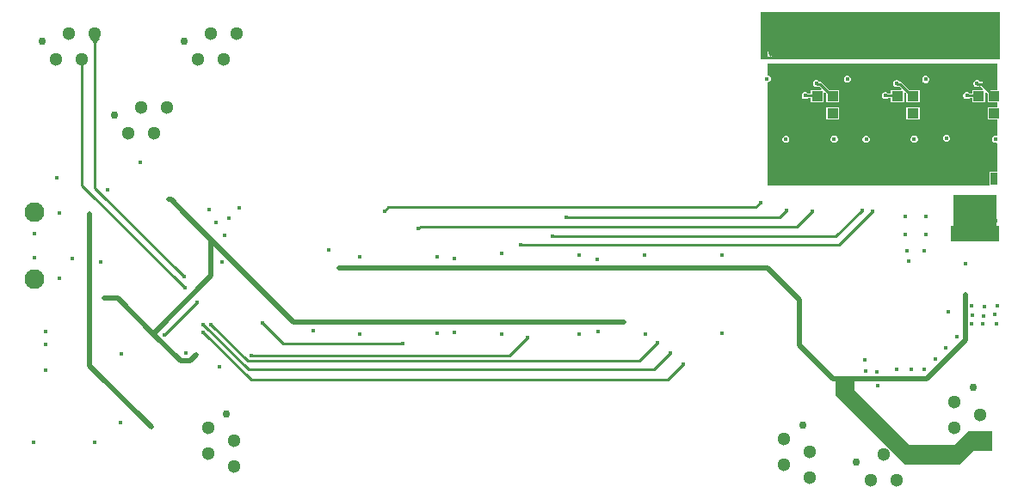
<source format=gbr>
%TF.GenerationSoftware,Altium Limited,Altium Designer,22.9.1 (49)*%
G04 Layer_Physical_Order=4*
G04 Layer_Color=16711680*
%FSLAX45Y45*%
%MOMM*%
%TF.SameCoordinates,925A93EA-3B44-44BF-AA41-ED200E7300F1*%
%TF.FilePolarity,Positive*%
%TF.FileFunction,Copper,L4,Bot,Signal*%
%TF.Part,Single*%
G01*
G75*
%TA.AperFunction,SMDPad,CuDef*%
%ADD15R,1.10000X1.00000*%
%ADD20R,1.40000X1.00000*%
%TA.AperFunction,Conductor*%
%ADD39C,0.25400*%
%ADD40C,0.50000*%
%TA.AperFunction,ComponentPad*%
%ADD44C,0.75000*%
%ADD45C,1.30000*%
%ADD46C,1.95000*%
%TA.AperFunction,ViaPad*%
%ADD47C,0.45000*%
%TA.AperFunction,SMDPad,CuDef*%
%ADD55R,4.20000X3.10000*%
%ADD56R,4.70000X1.50000*%
%ADD57R,0.70000X1.15000*%
G36*
X800100Y5125853D02*
X799772Y5130768D01*
X798788Y5135843D01*
X797148Y5141077D01*
X794852Y5146471D01*
X791900Y5152024D01*
X788292Y5157736D01*
X784028Y5163608D01*
X779108Y5169640D01*
X767300Y5182181D01*
X858300Y5182181D01*
X852068Y5175831D01*
X841572Y5163608D01*
X837308Y5157736D01*
X833700Y5152024D01*
X830748Y5146471D01*
X828452Y5141077D01*
X826812Y5135843D01*
X825828Y5130768D01*
X825500Y5125853D01*
X800100Y5125853D01*
X800100Y5125853D02*
G37*
G36*
X9715000Y4980000D02*
X7362500Y4980000D01*
X7362500Y5447500D01*
X8780244Y5447500D01*
X8797500Y5446142D01*
X8814757Y5447500D01*
X9715000Y5447500D01*
X9715000Y4980000D01*
X9715000Y4980000D02*
G37*
G36*
X8282500Y1811072D02*
X8282500Y1720000D01*
X8790000Y1212500D01*
X8790000Y1210000D01*
X8792500Y1210000D01*
X8825000Y1177500D01*
X9269999Y1177500D01*
X9402500Y1310000D01*
X9642500Y1310000D01*
X9642500Y1132500D01*
X9637039Y1120000D01*
X9452500Y1120000D01*
X9317500Y985000D01*
X8782500Y985000D01*
X8100000Y1667500D01*
X8100000Y1804916D01*
X8109051Y1813824D01*
X8282500Y1811072D01*
X8282500Y1811072D02*
G37*
G36*
X9690000Y4676660D02*
X9626302Y4676660D01*
X9550388Y4752574D01*
X9542826Y4757627D01*
X9533907Y4759401D01*
X9519999Y4759401D01*
X9519841Y4759782D01*
X9509939Y4769684D01*
X9497002Y4775043D01*
X9482998Y4775043D01*
X9470061Y4769684D01*
X9460159Y4759782D01*
X9454800Y4746845D01*
X9454800Y4732842D01*
X9460159Y4719904D01*
X9470061Y4710003D01*
X9482998Y4704644D01*
X9497002Y4704644D01*
X9509939Y4710003D01*
X9512722Y4712785D01*
X9524252Y4712785D01*
X9548645Y4688393D01*
X9543784Y4676660D01*
X9442540Y4676660D01*
X9442540Y4643308D01*
X9416472Y4643308D01*
X9409939Y4649841D01*
X9397002Y4655200D01*
X9382998Y4655200D01*
X9370061Y4649841D01*
X9360159Y4639939D01*
X9354800Y4627002D01*
X9354800Y4612998D01*
X9360159Y4600061D01*
X9370061Y4590159D01*
X9382998Y4584800D01*
X9397002Y4584800D01*
X9409939Y4590159D01*
X9416472Y4596692D01*
X9442540Y4596692D01*
X9442540Y4556340D01*
X9572860Y4556340D01*
X9572860Y4647584D01*
X9584593Y4652445D01*
X9594840Y4642198D01*
X9594840Y4556340D01*
X9690000Y4556340D01*
X9690000Y4506660D01*
X9594840Y4506660D01*
X9594840Y4386340D01*
X9690000Y4386340D01*
X9690000Y4232546D01*
X9680502Y4226200D01*
X9666498Y4226200D01*
X9653561Y4220841D01*
X9643659Y4210939D01*
X9638300Y4198002D01*
X9638300Y4183998D01*
X9643659Y4171061D01*
X9653561Y4161159D01*
X9666498Y4155800D01*
X9680502Y4155800D01*
X9690000Y4149454D01*
X9690000Y3871360D01*
X9615340Y3871360D01*
X9615340Y3737500D01*
X7430000Y3737500D01*
X7430000Y4749800D01*
X7432002Y4749800D01*
X7444939Y4755159D01*
X7454841Y4765061D01*
X7460200Y4777998D01*
X7460200Y4792002D01*
X7454841Y4804939D01*
X7444939Y4814841D01*
X7432002Y4820200D01*
X7430000Y4820200D01*
X7430000Y4940000D01*
X9690000Y4940000D01*
X9690000Y4676660D01*
X9690000Y4676660D02*
G37*
%LPC*%
G36*
X7510000Y5103308D02*
X7490000Y5103308D01*
X7481081Y5101534D01*
X7473519Y5096481D01*
X7436219Y5059181D01*
X7431166Y5051619D01*
X7429392Y5042700D01*
X7429392Y5022700D01*
X7431166Y5013780D01*
X7436219Y5006219D01*
X7443780Y5001166D01*
X7452700Y4999392D01*
X7461619Y5001166D01*
X7469181Y5006219D01*
X7474233Y5013780D01*
X7476008Y5022700D01*
X7476008Y5033046D01*
X7499654Y5056692D01*
X7510000Y5056692D01*
X7518919Y5058466D01*
X7526481Y5063519D01*
X7531534Y5071081D01*
X7533308Y5080000D01*
X7531534Y5088919D01*
X7526481Y5096481D01*
X7518919Y5101534D01*
X7510000Y5103308D01*
X7510000Y5103308D02*
G37*
G36*
X8222002Y4817700D02*
X8207998Y4817700D01*
X8195061Y4812341D01*
X8185159Y4802439D01*
X8179800Y4789502D01*
X8179800Y4775498D01*
X8185159Y4762561D01*
X8195061Y4752659D01*
X8207998Y4747300D01*
X8222002Y4747300D01*
X8234939Y4752659D01*
X8244841Y4762561D01*
X8250200Y4775498D01*
X8250200Y4789502D01*
X8244841Y4802439D01*
X8234939Y4812341D01*
X8222002Y4817700D01*
X8222002Y4817700D02*
G37*
G36*
X8992002Y4815200D02*
X8977998Y4815200D01*
X8965061Y4809841D01*
X8955159Y4799939D01*
X8949800Y4787002D01*
X8949800Y4772998D01*
X8955159Y4760061D01*
X8965061Y4750159D01*
X8977998Y4744800D01*
X8992002Y4744800D01*
X9004939Y4750159D01*
X9014841Y4760061D01*
X9020200Y4772998D01*
X9020200Y4787002D01*
X9014841Y4799939D01*
X9004939Y4809841D01*
X8992002Y4815200D01*
X8992002Y4815200D02*
G37*
G36*
X8707002Y4775200D02*
X8692998Y4775200D01*
X8680061Y4769841D01*
X8670159Y4759939D01*
X8664800Y4747002D01*
X8664800Y4732998D01*
X8670159Y4720061D01*
X8680061Y4710159D01*
X8692998Y4704800D01*
X8707002Y4704800D01*
X8719939Y4710159D01*
X8732544Y4705994D01*
X8750145Y4688393D01*
X8745285Y4676660D01*
X8642540Y4676660D01*
X8642540Y4643308D01*
X8616472Y4643308D01*
X8609939Y4649841D01*
X8597002Y4655200D01*
X8582998Y4655200D01*
X8570061Y4649841D01*
X8560159Y4639939D01*
X8554800Y4627002D01*
X8554800Y4612998D01*
X8560159Y4600061D01*
X8570061Y4590159D01*
X8582998Y4584800D01*
X8597002Y4584800D01*
X8609939Y4590159D01*
X8616472Y4596692D01*
X8642540Y4596692D01*
X8642540Y4556340D01*
X8772860Y4556340D01*
X8772860Y4649084D01*
X8784593Y4653944D01*
X8794840Y4643698D01*
X8794840Y4556340D01*
X8925160Y4556340D01*
X8925160Y4676660D01*
X8827803Y4676660D01*
X8751732Y4752731D01*
X8744170Y4757783D01*
X8735250Y4759557D01*
X8729999Y4759557D01*
X8729841Y4759939D01*
X8719939Y4769841D01*
X8707002Y4775200D01*
X8707002Y4775200D02*
G37*
G36*
X7917002Y4775200D02*
X7902998Y4775200D01*
X7890061Y4769841D01*
X7880159Y4759939D01*
X7874800Y4747002D01*
X7874800Y4732998D01*
X7880159Y4720061D01*
X7890061Y4710159D01*
X7902998Y4704800D01*
X7917002Y4704800D01*
X7929939Y4710159D01*
X7932722Y4712942D01*
X7935596Y4712942D01*
X7960145Y4688393D01*
X7955284Y4676660D01*
X7852540Y4676660D01*
X7852540Y4643308D01*
X7826472Y4643308D01*
X7819939Y4649841D01*
X7807002Y4655200D01*
X7792998Y4655200D01*
X7780061Y4649841D01*
X7770159Y4639939D01*
X7764800Y4627002D01*
X7764800Y4612998D01*
X7770159Y4600061D01*
X7780061Y4590159D01*
X7792998Y4584800D01*
X7807002Y4584800D01*
X7819939Y4590159D01*
X7826472Y4596692D01*
X7852540Y4596692D01*
X7852540Y4556340D01*
X7982859Y4556340D01*
X7982859Y4649085D01*
X7994593Y4653945D01*
X8004840Y4643698D01*
X8004840Y4556340D01*
X8135160Y4556340D01*
X8135160Y4676660D01*
X8037802Y4676660D01*
X7961731Y4752731D01*
X7954170Y4757783D01*
X7945250Y4759557D01*
X7939999Y4759557D01*
X7939841Y4759939D01*
X7929939Y4769841D01*
X7917002Y4775200D01*
X7917002Y4775200D02*
G37*
G36*
X8135160Y4506660D02*
X8004840Y4506660D01*
X8004840Y4386340D01*
X8135160Y4386340D01*
X8135160Y4506660D01*
X8135160Y4506660D02*
G37*
G36*
X8925160Y4506660D02*
X8794840Y4506660D01*
X8794840Y4386340D01*
X8859281Y4386340D01*
X8862998Y4384800D01*
X8877002Y4384800D01*
X8880719Y4386340D01*
X8925160Y4386340D01*
X8925160Y4506660D01*
X8925160Y4506660D02*
G37*
G36*
X9197002Y4235200D02*
X9182998Y4235200D01*
X9170061Y4229841D01*
X9160159Y4219939D01*
X9154800Y4207002D01*
X9154800Y4192998D01*
X9160159Y4180061D01*
X9170061Y4170159D01*
X9182998Y4164800D01*
X9197002Y4164800D01*
X9209939Y4170159D01*
X9219841Y4180061D01*
X9225200Y4192998D01*
X9225200Y4207002D01*
X9219841Y4219939D01*
X9209939Y4229841D01*
X9197002Y4235200D01*
X9197002Y4235200D02*
G37*
G36*
X8880402Y4226200D02*
X8866398Y4226200D01*
X8853461Y4220841D01*
X8843559Y4210939D01*
X8838200Y4198002D01*
X8838200Y4183998D01*
X8843559Y4171061D01*
X8853461Y4161159D01*
X8866398Y4155800D01*
X8880402Y4155800D01*
X8893339Y4161159D01*
X8903241Y4171061D01*
X8908600Y4183998D01*
X8908600Y4198002D01*
X8903241Y4210939D01*
X8893339Y4220841D01*
X8880402Y4226200D01*
X8880402Y4226200D02*
G37*
G36*
X8093002Y4226200D02*
X8078998Y4226200D01*
X8066061Y4220841D01*
X8056159Y4210939D01*
X8050800Y4198002D01*
X8050800Y4183998D01*
X8056159Y4171061D01*
X8066061Y4161159D01*
X8078998Y4155800D01*
X8093002Y4155800D01*
X8105939Y4161159D01*
X8115841Y4171061D01*
X8121200Y4183998D01*
X8121200Y4198002D01*
X8115841Y4210939D01*
X8105939Y4220841D01*
X8093002Y4226200D01*
X8093002Y4226200D02*
G37*
G36*
X8407002Y4225200D02*
X8392998Y4225200D01*
X8380061Y4219841D01*
X8370159Y4209939D01*
X8364800Y4197002D01*
X8364800Y4182998D01*
X8370159Y4170061D01*
X8380061Y4160159D01*
X8392998Y4154800D01*
X8407002Y4154800D01*
X8419939Y4160159D01*
X8429841Y4170061D01*
X8435200Y4182998D01*
X8435200Y4197002D01*
X8429841Y4209939D01*
X8419939Y4219841D01*
X8407002Y4225200D01*
X8407002Y4225200D02*
G37*
G36*
X7617002Y4225200D02*
X7602998Y4225200D01*
X7590061Y4219841D01*
X7580159Y4209939D01*
X7574800Y4197002D01*
X7574800Y4182998D01*
X7580159Y4170061D01*
X7590061Y4160159D01*
X7602998Y4154800D01*
X7617002Y4154800D01*
X7629939Y4160159D01*
X7639841Y4170061D01*
X7645200Y4182998D01*
X7645200Y4197002D01*
X7639841Y4209939D01*
X7629939Y4219841D01*
X7617002Y4225200D01*
X7617002Y4225200D02*
G37*
%LPD*%
D15*
X8860000Y4616500D02*
D03*
X8860000Y4446500D02*
D03*
X8707700Y4446500D02*
D03*
X8707700Y4616500D02*
D03*
X7917699Y4446500D02*
D03*
X7917699Y4616500D02*
D03*
X8070000Y4616500D02*
D03*
X8070000Y4446500D02*
D03*
X9660000Y4616500D02*
D03*
X9660000Y4446500D02*
D03*
X9507700Y4446500D02*
D03*
X9507700Y4616500D02*
D03*
X7660000Y4875000D02*
D03*
X7660000Y5045000D02*
D03*
X8450000Y4875000D02*
D03*
X8450000Y5045000D02*
D03*
X9260000Y4875000D02*
D03*
X9260000Y5045000D02*
D03*
D20*
X7510000Y4880000D02*
D03*
X7510000Y5080000D02*
D03*
X7820000Y5080000D02*
D03*
X7820000Y4880000D02*
D03*
X9100000Y5070000D02*
D03*
X9100000Y4870000D02*
D03*
X9610000Y5070000D02*
D03*
X9610000Y4870000D02*
D03*
X8300000Y5080000D02*
D03*
X8300000Y4880000D02*
D03*
X8600000Y5080000D02*
D03*
X8600000Y4880000D02*
D03*
X8010000Y4880000D02*
D03*
X8010000Y5080000D02*
D03*
X8790000Y4880000D02*
D03*
X8790000Y5080000D02*
D03*
X9420000Y4870000D02*
D03*
X9420000Y5070000D02*
D03*
D39*
X9660250Y3799750D02*
X9662500Y3797500D01*
X9660250Y3799750D02*
X9660250Y3807250D01*
X4015304Y3330000D02*
X7717500Y3330000D01*
X3990000Y3310000D02*
X3995304Y3310000D01*
X4015304Y3330000D01*
X7717500Y3330000D02*
X7867500Y3480000D01*
X5450000Y3420000D02*
X7547500Y3420000D01*
X7617500Y3490000D01*
X5310000Y3230000D02*
X8100000Y3230000D01*
X8360000Y3490000D01*
X8134600Y3149600D02*
X8462500Y3477500D01*
X5000400Y3149600D02*
X8134600Y3149600D01*
X3700000Y3520000D02*
X7312500Y3520000D01*
X7360000Y3567500D01*
X3660000Y3480000D02*
X3700000Y3520000D01*
X1498600Y2260600D02*
X1816100Y2578100D01*
X2463800Y2374900D02*
X2663700Y2175000D01*
X3840000Y2175000D01*
X685800Y3731700D02*
X685800Y4974600D01*
X685800Y3731700D02*
X1695000Y2722500D01*
X812800Y3708400D02*
X1689100Y2832100D01*
X812800Y3708400D02*
X812800Y5228600D01*
X8070000Y4446500D02*
X8090000Y4426500D01*
X9390000Y4620000D02*
X9504200Y4620000D01*
X9507700Y4616500D01*
X8590000Y4620000D02*
X8704300Y4620000D01*
X8707700Y4616600D01*
X7891699Y4620000D02*
X7917699Y4594000D01*
X7800000Y4620000D02*
X7891699Y4620000D01*
X8703750Y4736250D02*
X8735250Y4736250D01*
X8856500Y4615000D01*
X8860000Y4615000D01*
X8700000Y4740000D02*
X8703750Y4736250D01*
X7913750Y4736250D02*
X7945250Y4736250D01*
X8065000Y4616500D01*
X7910000Y4740000D02*
X7913750Y4736250D01*
X8065000Y4595000D02*
X8070000Y4595000D01*
X8056750Y4603250D02*
X8065000Y4595000D01*
X8065000Y4616500D02*
X8070000Y4616500D01*
X9490000Y4739843D02*
X9493750Y4736093D01*
X9533907Y4736093D01*
X9655000Y4615000D01*
X9660000Y4615000D01*
X7452700Y5042700D02*
X7490000Y5080000D01*
X7452700Y5022700D02*
X7452700Y5042700D01*
X7490000Y5080000D02*
X7510000Y5080000D01*
X5000000Y3150000D02*
X5000400Y3149600D01*
X4889500Y2057400D02*
X5067300Y2235200D01*
X2349500Y2057400D02*
X4889500Y2057400D01*
X1955800Y2362200D02*
X2313300Y2004700D01*
X6170300Y2004700D01*
X6350000Y2184400D01*
X1879600Y2362200D02*
X2324100Y1917700D01*
X6311900Y1917700D01*
X1879600Y2286000D02*
X2349500Y1816100D01*
X6451600Y1816100D01*
X6604000Y1968500D01*
X6311900Y1917700D02*
X6477000Y2082800D01*
D40*
X1562100Y3594100D02*
X1701800Y3454400D01*
X1534800Y3594100D02*
X1562100Y3594100D01*
X2768600Y2387600D02*
X3213100Y2387600D01*
X1955800Y3200400D02*
X2768600Y2387600D01*
X3213100Y2387600D02*
X4610100Y2387600D01*
X1955800Y2840800D02*
X1955800Y3200400D01*
X9380000Y2210000D02*
X9380000Y2660000D01*
X8072500Y1827500D02*
X8212500Y1827500D01*
X8997500Y1827500D01*
X9380000Y2210000D01*
X7740000Y2160000D02*
X8072500Y1827500D01*
X762000Y1958000D02*
X1367500Y1352500D01*
X762000Y1958000D02*
X762000Y3454400D01*
X1037500Y2622500D02*
X1387500Y2272500D01*
X905000Y2622500D02*
X1037500Y2622500D01*
X1387500Y2272500D02*
X1955800Y2840800D01*
X1387500Y2272500D02*
X1652500Y2007500D01*
X1752500Y2007500D01*
X1810000Y2065000D01*
X7740000Y2160000D02*
X7740000Y2610000D01*
X6020000Y2920000D02*
X7430000Y2920000D01*
X7740000Y2610000D01*
X4610100Y2921000D02*
X6000443Y2921000D01*
X1701800Y3454400D02*
X1955800Y3200400D01*
X4610100Y2387600D02*
X6019800Y2387600D01*
X3213100Y2921000D02*
X4610100Y2921000D01*
D44*
X1003000Y4430700D02*
D03*
X291800Y5154600D02*
D03*
X1688800Y5154600D02*
D03*
X9451000Y1740200D02*
D03*
X7774600Y1371900D02*
D03*
X8305500Y1005500D02*
D03*
X2102900Y1484600D02*
D03*
D45*
X1524000Y4504700D02*
D03*
X1397000Y4250700D02*
D03*
X1270000Y4504700D02*
D03*
X1143000Y4250700D02*
D03*
X812800Y5228600D02*
D03*
X685800Y4974600D02*
D03*
X558800Y5228600D02*
D03*
X431800Y4974600D02*
D03*
X2209800Y5228600D02*
D03*
X2082800Y4974600D02*
D03*
X1955800Y5228600D02*
D03*
X1828800Y4974600D02*
D03*
X9525000Y1219200D02*
D03*
X9271000Y1346200D02*
D03*
X9525000Y1473200D02*
D03*
X9271000Y1600200D02*
D03*
X7848600Y850900D02*
D03*
X7594600Y977900D02*
D03*
X7848600Y1104900D02*
D03*
X7594600Y1231900D02*
D03*
X8826500Y1079500D02*
D03*
X8699500Y825500D02*
D03*
X8572500Y1079500D02*
D03*
X8445500Y825500D02*
D03*
X2176900Y963600D02*
D03*
X1922900Y1090600D02*
D03*
X2176900Y1217600D02*
D03*
X1922900Y1344600D02*
D03*
D46*
X215100Y2811000D02*
D03*
X215100Y3471000D02*
D03*
D47*
X2062500Y3093700D02*
D03*
X2062500Y2980000D02*
D03*
X2003404Y3367304D02*
D03*
X2232396Y3512604D02*
D03*
X2132396Y3415104D02*
D03*
X9662500Y3797500D02*
D03*
X9612500Y3297500D02*
D03*
X9407500Y3302500D02*
D03*
X9522500Y3222500D02*
D03*
X9525000Y3377500D02*
D03*
X9520000Y3300000D02*
D03*
X9675000Y3390000D02*
D03*
X9362500Y3387500D02*
D03*
X9360000Y3210000D02*
D03*
X9675000Y3215000D02*
D03*
X9667500Y2460000D02*
D03*
X9547500Y2372500D02*
D03*
X9552500Y2450000D02*
D03*
X9560000Y2542500D02*
D03*
X9447500Y2452500D02*
D03*
X9440200Y2367500D02*
D03*
X9440200Y2545000D02*
D03*
X9680000Y2367500D02*
D03*
X9690000Y2547500D02*
D03*
X8787500Y3427500D02*
D03*
X8800600Y3092201D02*
D03*
X8785600Y3252700D02*
D03*
X8815000Y2990000D02*
D03*
X8987500Y3427500D02*
D03*
X8985601Y3252700D02*
D03*
X8970601Y3092201D02*
D03*
X9210000Y2485000D02*
D03*
X9380000Y2660000D02*
D03*
X9375000Y2960000D02*
D03*
X8510000Y1762500D02*
D03*
X8212500Y1827500D02*
D03*
X8505000Y1895000D02*
D03*
X8387500Y2017500D02*
D03*
X8392500Y1902500D02*
D03*
X7867500Y3480000D02*
D03*
X7617500Y3490000D02*
D03*
X8462500Y3477500D02*
D03*
X7360000Y3567500D02*
D03*
X1065000Y1400000D02*
D03*
X1367500Y1352500D02*
D03*
X1067500Y2075000D02*
D03*
X2040104Y1947396D02*
D03*
X905000Y2622500D02*
D03*
X330000Y2295100D02*
D03*
X1710108Y2079756D02*
D03*
X1498600Y2260600D02*
D03*
X3840000Y2175000D02*
D03*
X1695000Y2722500D02*
D03*
X1689100Y2832100D02*
D03*
X1810000Y2065000D02*
D03*
X330000Y1914100D02*
D03*
X807500Y1200000D02*
D03*
X207500Y1200000D02*
D03*
X330000Y2168100D02*
D03*
X215100Y3261000D02*
D03*
X215100Y3021000D02*
D03*
X935000Y3695000D02*
D03*
X8985000Y4780000D02*
D03*
X8215000Y4782500D02*
D03*
X7425000Y4785000D02*
D03*
X9673500Y4191000D02*
D03*
X8873400Y4191000D02*
D03*
X8086000Y4191000D02*
D03*
X3111500Y3094900D02*
D03*
X3419400Y3031900D02*
D03*
X4177500Y3035000D02*
D03*
X4345000Y3010000D02*
D03*
X5752500Y3007500D02*
D03*
X6985000Y2277500D02*
D03*
X6225000Y2270000D02*
D03*
X5760000Y2297500D02*
D03*
X5577500Y2272500D02*
D03*
X4812500Y2270000D02*
D03*
X4345000Y2285000D02*
D03*
X4177500Y2277500D02*
D03*
X3415000Y2272500D02*
D03*
X1937611Y3499711D02*
D03*
X1257300Y3958500D02*
D03*
X435700Y3810000D02*
D03*
X460100Y3461000D02*
D03*
X865000Y2982500D02*
D03*
X590000Y3010000D02*
D03*
X460100Y2821000D02*
D03*
X9410000Y3800000D02*
D03*
X8090000Y4426500D02*
D03*
X7610000Y4190000D02*
D03*
X8400000Y4190000D02*
D03*
X9190000Y4200000D02*
D03*
X2090000Y3240000D02*
D03*
X2960000Y2300000D02*
D03*
X6020000Y2920000D02*
D03*
X9670000Y4430000D02*
D03*
X8870000Y4420000D02*
D03*
X9390000Y4620000D02*
D03*
X8590000Y4620000D02*
D03*
X7800000Y4620000D02*
D03*
X8700000Y4740000D02*
D03*
X7910000Y4740000D02*
D03*
X9490000Y4739843D02*
D03*
X9292500Y2240000D02*
D03*
X9180000Y2130000D02*
D03*
X9077500Y2027500D02*
D03*
X8967500Y1917500D02*
D03*
X8840000Y1920000D02*
D03*
X8702500Y1920000D02*
D03*
X9540000Y3800000D02*
D03*
X9290000Y3800000D02*
D03*
X9610000Y5070000D02*
D03*
X8790000Y5080000D02*
D03*
X8010000Y5080000D02*
D03*
X8570000Y4850000D02*
D03*
X8320000Y4850000D02*
D03*
X8449400Y4846400D02*
D03*
X7780000Y4850000D02*
D03*
X7520000Y4850000D02*
D03*
X7658100Y4846400D02*
D03*
X7790000Y5060000D02*
D03*
X7540000Y5070000D02*
D03*
X8450000Y5045000D02*
D03*
X8330000Y5060000D02*
D03*
X8560000Y5070000D02*
D03*
X7660000Y5045000D02*
D03*
X5450000Y3420000D02*
D03*
X8360000Y3490000D02*
D03*
X5310000Y3230000D02*
D03*
X3660000Y3480000D02*
D03*
X3990000Y3310000D02*
D03*
X5000000Y3150000D02*
D03*
X9140000Y5050000D02*
D03*
X9380000Y5050000D02*
D03*
X9260000Y5035000D02*
D03*
X9610000Y4850000D02*
D03*
X9400000Y4850000D02*
D03*
X9100000Y4850000D02*
D03*
X9245600Y4846400D02*
D03*
X5067300Y2235200D02*
D03*
X2349500Y2057400D02*
D03*
X2463800Y2374900D02*
D03*
X6350000Y2184400D02*
D03*
X6477000Y2082800D02*
D03*
X6985000Y3048000D02*
D03*
X6223000Y3048000D02*
D03*
X5575300Y3048000D02*
D03*
X4813300Y3060700D02*
D03*
X1816100Y2578100D02*
D03*
X3213100Y2921000D02*
D03*
X4610100Y2921000D02*
D03*
X1955800Y2362200D02*
D03*
X1879600Y2286000D02*
D03*
X762000Y3454400D02*
D03*
X4610100Y2387600D02*
D03*
X3213100Y2387600D02*
D03*
X6019800Y2387600D02*
D03*
X1879600Y2362200D02*
D03*
X6604000Y1968500D02*
D03*
X1534800Y3594100D02*
D03*
X1701800Y3454400D02*
D03*
D55*
X9470000Y3486200D02*
D03*
D56*
X9470000Y3256200D02*
D03*
D57*
X9660500Y3803700D02*
D03*
X9533500Y3803700D02*
D03*
X9406500Y3803700D02*
D03*
X9279500Y3803700D02*
D03*
%TF.MD5,564b2d021b2063fb29b18a45c5806be9*%
M02*

</source>
